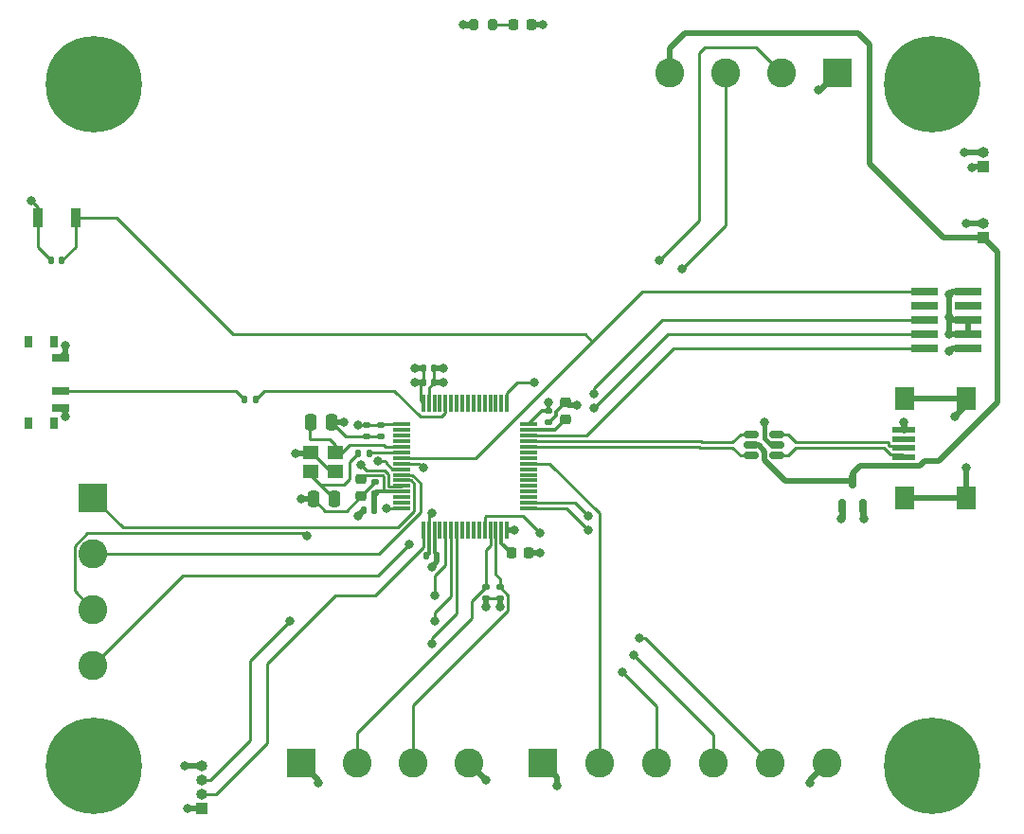
<source format=gbr>
%TF.GenerationSoftware,KiCad,Pcbnew,7.0.7*%
%TF.CreationDate,2023-10-17T18:40:51-05:00*%
%TF.ProjectId,stm32f405rgt6,73746d33-3266-4343-9035-726774362e6b,rev?*%
%TF.SameCoordinates,Original*%
%TF.FileFunction,Copper,L1,Top*%
%TF.FilePolarity,Positive*%
%FSLAX46Y46*%
G04 Gerber Fmt 4.6, Leading zero omitted, Abs format (unit mm)*
G04 Created by KiCad (PCBNEW 7.0.7) date 2023-10-17 18:40:51*
%MOMM*%
%LPD*%
G01*
G04 APERTURE LIST*
G04 Aperture macros list*
%AMRoundRect*
0 Rectangle with rounded corners*
0 $1 Rounding radius*
0 $2 $3 $4 $5 $6 $7 $8 $9 X,Y pos of 4 corners*
0 Add a 4 corners polygon primitive as box body*
4,1,4,$2,$3,$4,$5,$6,$7,$8,$9,$2,$3,0*
0 Add four circle primitives for the rounded corners*
1,1,$1+$1,$2,$3*
1,1,$1+$1,$4,$5*
1,1,$1+$1,$6,$7*
1,1,$1+$1,$8,$9*
0 Add four rect primitives between the rounded corners*
20,1,$1+$1,$2,$3,$4,$5,0*
20,1,$1+$1,$4,$5,$6,$7,0*
20,1,$1+$1,$6,$7,$8,$9,0*
20,1,$1+$1,$8,$9,$2,$3,0*%
G04 Aperture macros list end*
%TA.AperFunction,SMDPad,CuDef*%
%ADD10RoundRect,0.135000X0.135000X0.185000X-0.135000X0.185000X-0.135000X-0.185000X0.135000X-0.185000X0*%
%TD*%
%TA.AperFunction,SMDPad,CuDef*%
%ADD11RoundRect,0.147500X-0.147500X-0.172500X0.147500X-0.172500X0.147500X0.172500X-0.147500X0.172500X0*%
%TD*%
%TA.AperFunction,SMDPad,CuDef*%
%ADD12RoundRect,0.218750X-0.218750X-0.256250X0.218750X-0.256250X0.218750X0.256250X-0.218750X0.256250X0*%
%TD*%
%TA.AperFunction,SMDPad,CuDef*%
%ADD13RoundRect,0.150000X0.150000X-0.512500X0.150000X0.512500X-0.150000X0.512500X-0.150000X-0.512500X0*%
%TD*%
%TA.AperFunction,ComponentPad*%
%ADD14C,0.900000*%
%TD*%
%TA.AperFunction,ComponentPad*%
%ADD15C,8.600000*%
%TD*%
%TA.AperFunction,SMDPad,CuDef*%
%ADD16RoundRect,0.135000X-0.185000X0.135000X-0.185000X-0.135000X0.185000X-0.135000X0.185000X0.135000X0*%
%TD*%
%TA.AperFunction,SMDPad,CuDef*%
%ADD17RoundRect,0.140000X0.140000X0.170000X-0.140000X0.170000X-0.140000X-0.170000X0.140000X-0.170000X0*%
%TD*%
%TA.AperFunction,SMDPad,CuDef*%
%ADD18RoundRect,0.135000X0.185000X-0.135000X0.185000X0.135000X-0.185000X0.135000X-0.185000X-0.135000X0*%
%TD*%
%TA.AperFunction,ComponentPad*%
%ADD19R,1.000000X1.000000*%
%TD*%
%TA.AperFunction,ComponentPad*%
%ADD20O,1.000000X1.000000*%
%TD*%
%TA.AperFunction,SMDPad,CuDef*%
%ADD21R,0.900000X1.700000*%
%TD*%
%TA.AperFunction,SMDPad,CuDef*%
%ADD22R,0.800000X1.000000*%
%TD*%
%TA.AperFunction,SMDPad,CuDef*%
%ADD23R,1.500000X0.700000*%
%TD*%
%TA.AperFunction,SMDPad,CuDef*%
%ADD24RoundRect,0.140000X-0.140000X-0.170000X0.140000X-0.170000X0.140000X0.170000X-0.140000X0.170000X0*%
%TD*%
%TA.AperFunction,SMDPad,CuDef*%
%ADD25RoundRect,0.140000X-0.170000X0.140000X-0.170000X-0.140000X0.170000X-0.140000X0.170000X0.140000X0*%
%TD*%
%TA.AperFunction,ComponentPad*%
%ADD26R,2.600000X2.600000*%
%TD*%
%TA.AperFunction,ComponentPad*%
%ADD27C,2.600000*%
%TD*%
%TA.AperFunction,SMDPad,CuDef*%
%ADD28R,2.400000X0.740000*%
%TD*%
%TA.AperFunction,SMDPad,CuDef*%
%ADD29RoundRect,0.140000X0.170000X-0.140000X0.170000X0.140000X-0.170000X0.140000X-0.170000X-0.140000X0*%
%TD*%
%TA.AperFunction,SMDPad,CuDef*%
%ADD30R,1.400000X1.200000*%
%TD*%
%TA.AperFunction,SMDPad,CuDef*%
%ADD31RoundRect,0.150000X0.512500X0.150000X-0.512500X0.150000X-0.512500X-0.150000X0.512500X-0.150000X0*%
%TD*%
%TA.AperFunction,SMDPad,CuDef*%
%ADD32RoundRect,0.225000X0.250000X-0.225000X0.250000X0.225000X-0.250000X0.225000X-0.250000X-0.225000X0*%
%TD*%
%TA.AperFunction,SMDPad,CuDef*%
%ADD33RoundRect,0.250000X0.250000X0.475000X-0.250000X0.475000X-0.250000X-0.475000X0.250000X-0.475000X0*%
%TD*%
%TA.AperFunction,SMDPad,CuDef*%
%ADD34RoundRect,0.075000X-0.700000X-0.075000X0.700000X-0.075000X0.700000X0.075000X-0.700000X0.075000X0*%
%TD*%
%TA.AperFunction,SMDPad,CuDef*%
%ADD35RoundRect,0.075000X-0.075000X-0.700000X0.075000X-0.700000X0.075000X0.700000X-0.075000X0.700000X0*%
%TD*%
%TA.AperFunction,SMDPad,CuDef*%
%ADD36RoundRect,0.250000X-0.250000X-0.475000X0.250000X-0.475000X0.250000X0.475000X-0.250000X0.475000X0*%
%TD*%
%TA.AperFunction,SMDPad,CuDef*%
%ADD37RoundRect,0.200000X0.200000X0.275000X-0.200000X0.275000X-0.200000X-0.275000X0.200000X-0.275000X0*%
%TD*%
%TA.AperFunction,SMDPad,CuDef*%
%ADD38R,2.000000X0.500000*%
%TD*%
%TA.AperFunction,SMDPad,CuDef*%
%ADD39R,1.700000X2.000000*%
%TD*%
%TA.AperFunction,SMDPad,CuDef*%
%ADD40RoundRect,0.225000X-0.250000X0.225000X-0.250000X-0.225000X0.250000X-0.225000X0.250000X0.225000X0*%
%TD*%
%TA.AperFunction,SMDPad,CuDef*%
%ADD41RoundRect,0.225000X-0.225000X-0.250000X0.225000X-0.250000X0.225000X0.250000X-0.225000X0.250000X0*%
%TD*%
%TA.AperFunction,ViaPad*%
%ADD42C,0.800000*%
%TD*%
%TA.AperFunction,Conductor*%
%ADD43C,0.500000*%
%TD*%
%TA.AperFunction,Conductor*%
%ADD44C,0.250000*%
%TD*%
%TA.AperFunction,Conductor*%
%ADD45C,0.300000*%
%TD*%
%TA.AperFunction,Conductor*%
%ADD46C,0.600000*%
%TD*%
%TA.AperFunction,Conductor*%
%ADD47C,0.400000*%
%TD*%
%TA.AperFunction,Conductor*%
%ADD48C,0.261112*%
%TD*%
G04 APERTURE END LIST*
D10*
%TO.P,R3,1*%
%TO.N,BOOT0*%
X144782000Y-95758000D03*
%TO.P,R3,2*%
%TO.N,Net-(SW2-B)*%
X143762000Y-95758000D03*
%TD*%
D11*
%TO.P,L1,1*%
%TO.N,+3.3V*%
X154455000Y-105664000D03*
%TO.P,L1,2*%
%TO.N,+3.3VA*%
X155425000Y-105664000D03*
%TD*%
D12*
%TO.P,D1,1,K*%
%TO.N,Net-(D1-K)*%
X167868500Y-62230000D03*
%TO.P,D1,2,A*%
%TO.N,+3.3V*%
X169443500Y-62230000D03*
%TD*%
D13*
%TO.P,XC6206P332MR1,1,GND*%
%TO.N,GND*%
X197170000Y-105277500D03*
%TO.P,XC6206P332MR1,2,Vout*%
%TO.N,+3.3V*%
X199070000Y-105277500D03*
%TO.P,XC6206P332MR1,3,Vin*%
%TO.N,+5V*%
X198120000Y-103002500D03*
%TD*%
D14*
%TO.P,H4,1,1*%
%TO.N,GND*%
X202007000Y-128524000D03*
X202951581Y-126243581D03*
X202951581Y-130804419D03*
X205232000Y-125299000D03*
D15*
X205232000Y-128524000D03*
D14*
X205232000Y-131749000D03*
X207512419Y-126243581D03*
X207512419Y-130804419D03*
X208457000Y-128524000D03*
%TD*%
D16*
%TO.P,R1,1*%
%TO.N,I2C2_SDA*%
X166624000Y-112520000D03*
%TO.P,R1,2*%
%TO.N,+3.3V*%
X166624000Y-113540000D03*
%TD*%
D17*
%TO.P,C9,1*%
%TO.N,NRST*%
X127484000Y-83312000D03*
%TO.P,C9,2*%
%TO.N,GND*%
X126524000Y-83312000D03*
%TD*%
D18*
%TO.P,R2,1*%
%TO.N,+3.3V*%
X165354000Y-113540000D03*
%TO.P,R2,2*%
%TO.N,I2C2_SCL*%
X165354000Y-112520000D03*
%TD*%
D10*
%TO.P,R4,1*%
%TO.N,HSE_OUT*%
X154942000Y-100584000D03*
%TO.P,R4,2*%
%TO.N,/R_ext*%
X153922000Y-100584000D03*
%TD*%
D19*
%TO.P,J7,1,Pin_1*%
%TO.N,+5V*%
X209804000Y-81280000D03*
D20*
%TO.P,J7,2,Pin_2*%
%TO.N,GND*%
X209804000Y-80010000D03*
%TD*%
D14*
%TO.P,H3,1,1*%
%TO.N,GND*%
X127077000Y-128524000D03*
X128021581Y-126243581D03*
X128021581Y-130804419D03*
X130302000Y-125299000D03*
D15*
X130302000Y-128524000D03*
D14*
X130302000Y-131749000D03*
X132582419Y-126243581D03*
X132582419Y-130804419D03*
X133527000Y-128524000D03*
%TD*%
D21*
%TO.P,SW1,1,1*%
%TO.N,GND*%
X125300000Y-79502000D03*
%TO.P,SW1,2,2*%
%TO.N,NRST*%
X128700000Y-79502000D03*
%TD*%
D22*
%TO.P,SW2,*%
%TO.N,*%
X126731000Y-90584000D03*
X124521000Y-90584000D03*
X126731000Y-97884000D03*
X124521000Y-97884000D03*
D23*
%TO.P,SW2,1,A*%
%TO.N,+3.3V*%
X127381000Y-91984000D03*
%TO.P,SW2,2,B*%
%TO.N,Net-(SW2-B)*%
X127381000Y-94984000D03*
%TO.P,SW2,3,C*%
%TO.N,GND*%
X127381000Y-96484000D03*
%TD*%
D24*
%TO.P,C6,1*%
%TO.N,+3.3V*%
X159766000Y-92964000D03*
%TO.P,C6,2*%
%TO.N,GND*%
X160726000Y-92964000D03*
%TD*%
D25*
%TO.P,C5,1*%
%TO.N,+3.3V*%
X155956000Y-98072000D03*
%TO.P,C5,2*%
%TO.N,GND*%
X155956000Y-99032000D03*
%TD*%
D26*
%TO.P,I2C,1,Pin_1*%
%TO.N,GND*%
X148830000Y-128270000D03*
D27*
%TO.P,I2C,2,Pin_2*%
%TO.N,I2C2_SCL*%
X153830000Y-128270000D03*
%TO.P,I2C,3,Pin_3*%
%TO.N,I2C2_SDA*%
X158830000Y-128270000D03*
%TO.P,I2C,4,Pin_4*%
%TO.N,+3.3V*%
X163830000Y-128270000D03*
%TD*%
D14*
%TO.P,H1,1,1*%
%TO.N,GND*%
X202007000Y-67564000D03*
X202951581Y-65283581D03*
X202951581Y-69844419D03*
X205232000Y-64339000D03*
D15*
X205232000Y-67564000D03*
D14*
X205232000Y-70789000D03*
X207512419Y-65283581D03*
X207512419Y-69844419D03*
X208457000Y-67564000D03*
%TD*%
D28*
%TO.P,J2,1,Pin_1*%
%TO.N,+3.3V*%
X208452000Y-91186000D03*
%TO.P,J2,2,Pin_2*%
%TO.N,SWDIO*%
X204552000Y-91186000D03*
%TO.P,J2,3,Pin_3*%
%TO.N,GND*%
X208452000Y-89916000D03*
%TO.P,J2,4,Pin_4*%
%TO.N,SWCLK*%
X204552000Y-89916000D03*
%TO.P,J2,5,Pin_5*%
%TO.N,GND*%
X208452000Y-88646000D03*
%TO.P,J2,6,Pin_6*%
%TO.N,SWO*%
X204552000Y-88646000D03*
%TO.P,J2,7,Pin_7*%
%TO.N,unconnected-(J2-Pin_7-Pad7)*%
X208452000Y-87376000D03*
%TO.P,J2,8,Pin_8*%
%TO.N,unconnected-(J2-Pin_8-Pad8)*%
X204552000Y-87376000D03*
%TO.P,J2,9,Pin_9*%
%TO.N,GND*%
X208452000Y-86106000D03*
%TO.P,J2,10,Pin_10*%
%TO.N,NRST*%
X204552000Y-86106000D03*
%TD*%
D26*
%TO.P,J8,1,Pin_1*%
%TO.N,GND*%
X196770000Y-66548000D03*
D27*
%TO.P,J8,2,Pin_2*%
%TO.N,CAN_TX*%
X191770000Y-66548000D03*
%TO.P,J8,3,Pin_3*%
%TO.N,CAN_RX*%
X186770000Y-66548000D03*
%TO.P,J8,4,Pin_4*%
%TO.N,+5V*%
X181770000Y-66548000D03*
%TD*%
D24*
%TO.P,C2,1*%
%TO.N,+3.3V*%
X159794000Y-94234000D03*
%TO.P,C2,2*%
%TO.N,GND*%
X160754000Y-94234000D03*
%TD*%
D29*
%TO.P,C8,1*%
%TO.N,+3.3VA*%
X155448000Y-104112000D03*
%TO.P,C8,2*%
%TO.N,GND*%
X155448000Y-103152000D03*
%TD*%
D30*
%TO.P,Y1,1,1*%
%TO.N,HSE_IN*%
X151892000Y-100496000D03*
%TO.P,Y1,2,2*%
%TO.N,GND*%
X149692000Y-100496000D03*
%TO.P,Y1,3,3*%
%TO.N,/R_ext*%
X149692000Y-102196000D03*
%TO.P,Y1,4,4*%
%TO.N,GND*%
X151892000Y-102196000D03*
%TD*%
D31*
%TO.P,U1,1,I/O1*%
%TO.N,USB_CON-*%
X191383500Y-100772000D03*
%TO.P,U1,2,GND*%
%TO.N,GND*%
X191383500Y-99822000D03*
%TO.P,U1,3,I/O2*%
%TO.N,USB_CON+*%
X191383500Y-98872000D03*
%TO.P,U1,4,I/O2*%
%TO.N,USB+*%
X189108500Y-98872000D03*
%TO.P,U1,5,VBUS*%
%TO.N,+5V*%
X189108500Y-99822000D03*
%TO.P,U1,6,I/O1*%
%TO.N,USB-*%
X189108500Y-100772000D03*
%TD*%
D25*
%TO.P,C3,1*%
%TO.N,+3.3V*%
X170942000Y-96802000D03*
%TO.P,C3,2*%
%TO.N,GND*%
X170942000Y-97762000D03*
%TD*%
%TO.P,C1,1*%
%TO.N,+3.3V*%
X154686000Y-98072000D03*
%TO.P,C1,2*%
%TO.N,GND*%
X154686000Y-99032000D03*
%TD*%
D32*
%TO.P,C13,1*%
%TO.N,Net-(U2-VCAP_2)*%
X172466000Y-97549000D03*
%TO.P,C13,2*%
%TO.N,GND*%
X172466000Y-95999000D03*
%TD*%
D26*
%TO.P,Analog Inputs,1,Pin_1*%
%TO.N,LinPot4*%
X130251000Y-104514000D03*
D27*
%TO.P,Analog Inputs,2,Pin_2*%
%TO.N,LinPot3*%
X130251000Y-109514000D03*
%TO.P,Analog Inputs,3,Pin_3*%
%TO.N,LinPot2*%
X130251000Y-114514000D03*
%TO.P,Analog Inputs,4,Pin_4*%
%TO.N,LinPot1*%
X130251000Y-119514000D03*
%TD*%
D26*
%TO.P,SPI,1,Pin_1*%
%TO.N,+3.3V*%
X170434000Y-128270000D03*
D27*
%TO.P,SPI,2,Pin_2*%
%TO.N,SPI1_CS*%
X175514000Y-128270000D03*
%TO.P,SPI,3,Pin_3*%
%TO.N,SPI1_MOSI*%
X180594000Y-128270000D03*
%TO.P,SPI,4,Pin_4*%
%TO.N,SPI1_MISO*%
X185674000Y-128270000D03*
%TO.P,SPI,5,Pin_5*%
%TO.N,SPI1_SCK*%
X190754000Y-128270000D03*
%TO.P,SPI,6,Pin_6*%
%TO.N,GND*%
X195834000Y-128270000D03*
%TD*%
D33*
%TO.P,C10,1*%
%TO.N,GND*%
X151572000Y-97790000D03*
%TO.P,C10,2*%
%TO.N,HSE_IN*%
X149672000Y-97790000D03*
%TD*%
D19*
%TO.P,J1,1,Pin_1*%
%TO.N,+3.3V*%
X139954000Y-132334000D03*
D20*
%TO.P,J1,2,Pin_2*%
%TO.N,USART2_RX*%
X139954000Y-131064000D03*
%TO.P,J1,3,Pin_3*%
%TO.N,USART2_TX*%
X139954000Y-129794000D03*
%TO.P,J1,4,Pin_4*%
%TO.N,GND*%
X139954000Y-128524000D03*
%TD*%
D14*
%TO.P,H2,1,1*%
%TO.N,GND*%
X127077000Y-67564000D03*
X128021581Y-65283581D03*
X128021581Y-69844419D03*
X130302000Y-64339000D03*
D15*
X130302000Y-67564000D03*
D14*
X130302000Y-70789000D03*
X132582419Y-65283581D03*
X132582419Y-69844419D03*
X133527000Y-67564000D03*
%TD*%
D34*
%TO.P,U2,1,VBAT*%
%TO.N,+3.3V*%
X157835000Y-97988000D03*
%TO.P,U2,2,PC13*%
%TO.N,unconnected-(U2-PC13-Pad2)*%
X157835000Y-98488000D03*
%TO.P,U2,3,PC14*%
%TO.N,unconnected-(U2-PC14-Pad3)*%
X157835000Y-98988000D03*
%TO.P,U2,4,PC15*%
%TO.N,unconnected-(U2-PC15-Pad4)*%
X157835000Y-99488000D03*
%TO.P,U2,5,PH0*%
%TO.N,HSE_IN*%
X157835000Y-99988000D03*
%TO.P,U2,6,PH1*%
%TO.N,HSE_OUT*%
X157835000Y-100488000D03*
%TO.P,U2,7,NRST*%
%TO.N,NRST*%
X157835000Y-100988000D03*
%TO.P,U2,8,PC0*%
%TO.N,LinPot1*%
X157835000Y-101488000D03*
%TO.P,U2,9,PC1*%
%TO.N,LinPot2*%
X157835000Y-101988000D03*
%TO.P,U2,10,PC2*%
%TO.N,LinPot3*%
X157835000Y-102488000D03*
%TO.P,U2,11,PC3*%
%TO.N,LinPot4*%
X157835000Y-102988000D03*
%TO.P,U2,12,VSSA*%
%TO.N,GND*%
X157835000Y-103488000D03*
%TO.P,U2,13,VDDA*%
%TO.N,+3.3VA*%
X157835000Y-103988000D03*
%TO.P,U2,14,PA0*%
%TO.N,unconnected-(U2-PA0-Pad14)*%
X157835000Y-104488000D03*
%TO.P,U2,15,PA1*%
%TO.N,unconnected-(U2-PA1-Pad15)*%
X157835000Y-104988000D03*
%TO.P,U2,16,PA2*%
%TO.N,USART2_TX*%
X157835000Y-105488000D03*
D35*
%TO.P,U2,17,PA3*%
%TO.N,USART2_RX*%
X159760000Y-107413000D03*
%TO.P,U2,18,VSS*%
%TO.N,GND*%
X160260000Y-107413000D03*
%TO.P,U2,19,VDD*%
%TO.N,+3.3V*%
X160760000Y-107413000D03*
%TO.P,U2,20,PA4*%
%TO.N,unconnected-(U2-PA4-Pad20)*%
X161260000Y-107413000D03*
%TO.P,U2,21,PA5*%
%TO.N,SPI1_SCK*%
X161760000Y-107413000D03*
%TO.P,U2,22,PA6*%
%TO.N,SPI1_MISO*%
X162260000Y-107413000D03*
%TO.P,U2,23,PA7*%
%TO.N,SPI1_MOSI*%
X162760000Y-107413000D03*
%TO.P,U2,24,PC4*%
%TO.N,unconnected-(U2-PC4-Pad24)*%
X163260000Y-107413000D03*
%TO.P,U2,25,PC5*%
%TO.N,unconnected-(U2-PC5-Pad25)*%
X163760000Y-107413000D03*
%TO.P,U2,26,PB0*%
%TO.N,unconnected-(U2-PB0-Pad26)*%
X164260000Y-107413000D03*
%TO.P,U2,27,PB1*%
%TO.N,unconnected-(U2-PB1-Pad27)*%
X164760000Y-107413000D03*
%TO.P,U2,28,PB2*%
%TO.N,SWO*%
X165260000Y-107413000D03*
%TO.P,U2,29,PB10*%
%TO.N,I2C2_SCL*%
X165760000Y-107413000D03*
%TO.P,U2,30,PB11*%
%TO.N,I2C2_SDA*%
X166260000Y-107413000D03*
%TO.P,U2,31,VCAP_1*%
%TO.N,Net-(U2-VCAP_1)*%
X166760000Y-107413000D03*
%TO.P,U2,32,VDD*%
%TO.N,+3.3V*%
X167260000Y-107413000D03*
D34*
%TO.P,U2,33,PB12*%
%TO.N,CAN_RX*%
X169185000Y-105488000D03*
%TO.P,U2,34,PB13*%
%TO.N,CAN_TX*%
X169185000Y-104988000D03*
%TO.P,U2,35,PB14*%
%TO.N,unconnected-(U2-PB14-Pad35)*%
X169185000Y-104488000D03*
%TO.P,U2,36,PB15*%
%TO.N,unconnected-(U2-PB15-Pad36)*%
X169185000Y-103988000D03*
%TO.P,U2,37,PC6*%
%TO.N,unconnected-(U2-PC6-Pad37)*%
X169185000Y-103488000D03*
%TO.P,U2,38,PC7*%
%TO.N,unconnected-(U2-PC7-Pad38)*%
X169185000Y-102988000D03*
%TO.P,U2,39,PC8*%
%TO.N,unconnected-(U2-PC8-Pad39)*%
X169185000Y-102488000D03*
%TO.P,U2,40,PC9*%
%TO.N,unconnected-(U2-PC9-Pad40)*%
X169185000Y-101988000D03*
%TO.P,U2,41,PA8*%
%TO.N,SPI1_CS*%
X169185000Y-101488000D03*
%TO.P,U2,42,PA9*%
%TO.N,unconnected-(U2-PA9-Pad42)*%
X169185000Y-100988000D03*
%TO.P,U2,43,PA10*%
%TO.N,unconnected-(U2-PA10-Pad43)*%
X169185000Y-100488000D03*
%TO.P,U2,44,PA11*%
%TO.N,USB-*%
X169185000Y-99988000D03*
%TO.P,U2,45,PA12*%
%TO.N,USB+*%
X169185000Y-99488000D03*
%TO.P,U2,46,PA13*%
%TO.N,SWDIO*%
X169185000Y-98988000D03*
%TO.P,U2,47,VCAP_2*%
%TO.N,Net-(U2-VCAP_2)*%
X169185000Y-98488000D03*
%TO.P,U2,48,VDD*%
%TO.N,+3.3V*%
X169185000Y-97988000D03*
D35*
%TO.P,U2,49,PA14*%
%TO.N,SWCLK*%
X167260000Y-96063000D03*
%TO.P,U2,50,PA15*%
%TO.N,unconnected-(U2-PA15-Pad50)*%
X166760000Y-96063000D03*
%TO.P,U2,51,PC10*%
%TO.N,unconnected-(U2-PC10-Pad51)*%
X166260000Y-96063000D03*
%TO.P,U2,52,PC11*%
%TO.N,unconnected-(U2-PC11-Pad52)*%
X165760000Y-96063000D03*
%TO.P,U2,53,PC12*%
%TO.N,unconnected-(U2-PC12-Pad53)*%
X165260000Y-96063000D03*
%TO.P,U2,54,PD2*%
%TO.N,unconnected-(U2-PD2-Pad54)*%
X164760000Y-96063000D03*
%TO.P,U2,55,PB3*%
%TO.N,unconnected-(U2-PB3-Pad55)*%
X164260000Y-96063000D03*
%TO.P,U2,56,PB4*%
%TO.N,unconnected-(U2-PB4-Pad56)*%
X163760000Y-96063000D03*
%TO.P,U2,57,PB5*%
%TO.N,unconnected-(U2-PB5-Pad57)*%
X163260000Y-96063000D03*
%TO.P,U2,58,PB6*%
%TO.N,unconnected-(U2-PB6-Pad58)*%
X162760000Y-96063000D03*
%TO.P,U2,59,PB7*%
%TO.N,unconnected-(U2-PB7-Pad59)*%
X162260000Y-96063000D03*
%TO.P,U2,60,BOOT0*%
%TO.N,BOOT0*%
X161760000Y-96063000D03*
%TO.P,U2,61,PB8*%
%TO.N,unconnected-(U2-PB8-Pad61)*%
X161260000Y-96063000D03*
%TO.P,U2,62,PB9*%
%TO.N,unconnected-(U2-PB9-Pad62)*%
X160760000Y-96063000D03*
%TO.P,U2,63,VSS*%
%TO.N,GND*%
X160260000Y-96063000D03*
%TO.P,U2,64,VDD*%
%TO.N,+3.3V*%
X159760000Y-96063000D03*
%TD*%
D17*
%TO.P,C4,1*%
%TO.N,+3.3V*%
X161008000Y-109728000D03*
%TO.P,C4,2*%
%TO.N,GND*%
X160048000Y-109728000D03*
%TD*%
D36*
%TO.P,C11,1*%
%TO.N,GND*%
X149926000Y-104648000D03*
%TO.P,C11,2*%
%TO.N,/R_ext*%
X151826000Y-104648000D03*
%TD*%
D19*
%TO.P,J9,1,Pin_1*%
%TO.N,+3.3V*%
X209804000Y-74930000D03*
D20*
%TO.P,J9,2,Pin_2*%
%TO.N,GND*%
X209804000Y-73660000D03*
%TD*%
D37*
%TO.P,R5,1*%
%TO.N,Net-(D1-K)*%
X165925000Y-62230000D03*
%TO.P,R5,2*%
%TO.N,GND*%
X164275000Y-62230000D03*
%TD*%
D38*
%TO.P,J4,1,VBUS*%
%TO.N,+5V*%
X202727000Y-101676000D03*
%TO.P,J4,2,D-*%
%TO.N,USB_CON-*%
X202727000Y-100876000D03*
%TO.P,J4,3,D+*%
%TO.N,USB_CON+*%
X202727000Y-100076000D03*
%TO.P,J4,4,ID*%
%TO.N,unconnected-(J4-ID-Pad4)*%
X202727000Y-99276000D03*
%TO.P,J4,5,GND*%
%TO.N,GND*%
X202727000Y-98476000D03*
D39*
%TO.P,J4,6,Shield*%
%TO.N,unconnected-(J4-Shield-Pad6)*%
X202827000Y-104526000D03*
X208277000Y-104526000D03*
X202827000Y-95626000D03*
X208277000Y-95626000D03*
%TD*%
D40*
%TO.P,C7,1*%
%TO.N,+3.3VA*%
X154178000Y-102857000D03*
%TO.P,C7,2*%
%TO.N,GND*%
X154178000Y-104407000D03*
%TD*%
D41*
%TO.P,C12,1*%
%TO.N,Net-(U2-VCAP_1)*%
X167627000Y-109474000D03*
%TO.P,C12,2*%
%TO.N,GND*%
X169177000Y-109474000D03*
%TD*%
D42*
%TO.N,GND*%
X208280000Y-80010000D03*
%TO.N,+3.3V*%
X171704000Y-130302000D03*
X208788000Y-75042000D03*
X153935500Y-106183500D03*
X159004000Y-94234000D03*
X159004000Y-92964000D03*
X160528000Y-110744000D03*
X127762000Y-90932000D03*
X138684000Y-132334000D03*
X167894000Y-107442000D03*
X206756000Y-91440000D03*
X153924000Y-98044000D03*
X165354000Y-129794000D03*
X165354000Y-114300000D03*
X170434000Y-62230000D03*
X199136000Y-106426000D03*
X166624000Y-114300000D03*
X170942000Y-96012000D03*
%TO.N,GND*%
X170180000Y-109474000D03*
X206756000Y-86360000D03*
X154178000Y-101600000D03*
X206756000Y-88392000D03*
X173482000Y-96266000D03*
X194310000Y-130048000D03*
X163322000Y-62230000D03*
X148844000Y-104648000D03*
X161544000Y-92964000D03*
X206756000Y-89916000D03*
X148336000Y-100584000D03*
X124714000Y-77978000D03*
X160528000Y-105918000D03*
X197104000Y-106426000D03*
X208168000Y-73660000D03*
X195072000Y-68072000D03*
X127762000Y-97282000D03*
X161544000Y-94234000D03*
X138430000Y-128524000D03*
X190246000Y-97790000D03*
X152654000Y-97790000D03*
X150368000Y-130048000D03*
X202692000Y-97790000D03*
%TO.N,USART2_TX*%
X156464000Y-105488000D03*
X147828000Y-115570000D03*
%TO.N,SWCLK*%
X175006000Y-96520000D03*
X169672000Y-94234000D03*
%TO.N,SWO*%
X175006000Y-95250000D03*
X170180000Y-107696000D03*
%TO.N,unconnected-(J4-Shield-Pad6)*%
X208280000Y-101854000D03*
X207264000Y-97282000D03*
%TO.N,SPI1_MOSI*%
X177546000Y-120142000D03*
X160528000Y-117602000D03*
%TO.N,SPI1_MISO*%
X178562000Y-118618000D03*
X160782000Y-115570000D03*
%TO.N,SPI1_SCK*%
X179070000Y-117094000D03*
X160782000Y-113284000D03*
%TO.N,LinPot2*%
X155702000Y-101212500D03*
X149352000Y-107950000D03*
%TO.N,LinPot1*%
X159766000Y-101854000D03*
X158496000Y-108712000D03*
%TO.N,CAN_TX*%
X180848000Y-83312000D03*
X174498000Y-106172000D03*
%TO.N,CAN_RX*%
X174498000Y-107442000D03*
X182880000Y-84074000D03*
%TD*%
D43*
%TO.N,GND*%
X208168000Y-73660000D02*
X209804000Y-73660000D01*
D44*
%TO.N,USART2_TX*%
X144272000Y-126238000D02*
X144272000Y-119126000D01*
X140716000Y-129794000D02*
X144272000Y-126238000D01*
X139954000Y-129794000D02*
X140716000Y-129794000D01*
X144272000Y-119126000D02*
X147828000Y-115570000D01*
%TO.N,USART2_RX*%
X159760000Y-108972000D02*
X159760000Y-107413000D01*
X155448000Y-113284000D02*
X159760000Y-108972000D01*
X145796000Y-119380000D02*
X151892000Y-113284000D01*
X151892000Y-113284000D02*
X155448000Y-113284000D01*
X145796000Y-126492000D02*
X145796000Y-119380000D01*
X141224000Y-131064000D02*
X145796000Y-126492000D01*
X139954000Y-131064000D02*
X141224000Y-131064000D01*
D43*
%TO.N,+5V*%
X204140000Y-101676000D02*
X202727000Y-101676000D01*
X204540000Y-101276000D02*
X204140000Y-101676000D01*
X211074000Y-96012000D02*
X205810000Y-101276000D01*
X211074000Y-82550000D02*
X211074000Y-96012000D01*
X209804000Y-81280000D02*
X211074000Y-82550000D01*
X205810000Y-101276000D02*
X204540000Y-101276000D01*
X209804000Y-81280000D02*
X206248000Y-81280000D01*
X206248000Y-81280000D02*
X199644000Y-74676000D01*
%TO.N,GND*%
X208280000Y-80010000D02*
X209804000Y-80010000D01*
%TO.N,+3.3V*%
X169443500Y-62230000D02*
X170434000Y-62230000D01*
X127762000Y-91603000D02*
X127381000Y-91984000D01*
X167360000Y-107442000D02*
X167360000Y-107413000D01*
X160528000Y-110744000D02*
X161008000Y-110264000D01*
D44*
X153924000Y-98044000D02*
X154658000Y-98044000D01*
D45*
X161008000Y-109728000D02*
X160760000Y-109480000D01*
D43*
X165354000Y-114300000D02*
X165354000Y-113540000D01*
X209804000Y-74930000D02*
X208900000Y-74930000D01*
X138684000Y-132334000D02*
X139954000Y-132334000D01*
X207010000Y-91186000D02*
X208452000Y-91186000D01*
X166624000Y-114300000D02*
X166624000Y-113540000D01*
D44*
X159512000Y-94516000D02*
X159512000Y-95815000D01*
D46*
X199070000Y-105277500D02*
X199070000Y-106360000D01*
D44*
X157835000Y-97988000D02*
X156040000Y-97988000D01*
X159794000Y-94234000D02*
X159512000Y-94516000D01*
D43*
X127762000Y-90932000D02*
X127762000Y-91603000D01*
D46*
X199070000Y-106360000D02*
X199136000Y-106426000D01*
D44*
X156040000Y-97988000D02*
X155956000Y-98072000D01*
X159766000Y-92964000D02*
X159766000Y-94206000D01*
D43*
X171704000Y-130302000D02*
X171704000Y-129540000D01*
D44*
X159766000Y-94206000D02*
X159794000Y-94234000D01*
D45*
X169185000Y-97988000D02*
X170371000Y-96802000D01*
X160760000Y-109480000D02*
X160760000Y-107413000D01*
D43*
X171704000Y-129540000D02*
X170434000Y-128270000D01*
D45*
X170371000Y-96802000D02*
X170942000Y-96802000D01*
X170942000Y-96802000D02*
X170942000Y-96012000D01*
D44*
X154658000Y-98044000D02*
X154686000Y-98072000D01*
D43*
X153935500Y-106183500D02*
X154455000Y-105664000D01*
X159004000Y-92964000D02*
X159766000Y-92964000D01*
X165354000Y-129794000D02*
X163830000Y-128270000D01*
X208900000Y-74930000D02*
X208788000Y-75042000D01*
X167894000Y-107442000D02*
X167360000Y-107442000D01*
D44*
X165354000Y-113540000D02*
X166624000Y-113540000D01*
D43*
X206756000Y-91440000D02*
X207010000Y-91186000D01*
D44*
X159512000Y-95815000D02*
X159760000Y-96063000D01*
D43*
X159004000Y-94234000D02*
X159794000Y-94234000D01*
D44*
X154686000Y-98072000D02*
X155956000Y-98072000D01*
D43*
X161008000Y-110264000D02*
X161008000Y-109728000D01*
D46*
%TO.N,GND*%
X197170000Y-105277500D02*
X197170000Y-106360000D01*
D44*
X154675000Y-102097000D02*
X156327396Y-102097000D01*
D46*
X202692000Y-97790000D02*
X202692000Y-98441000D01*
D43*
X161544000Y-92964000D02*
X160726000Y-92964000D01*
X206756000Y-86360000D02*
X206756000Y-88392000D01*
D44*
X126524000Y-83312000D02*
X125300000Y-82088000D01*
D43*
X208452000Y-89916000D02*
X206756000Y-89916000D01*
D44*
X160726000Y-92964000D02*
X160726000Y-94206000D01*
X125300000Y-78564000D02*
X124714000Y-77978000D01*
D43*
X195072000Y-68072000D02*
X195246000Y-68072000D01*
X150368000Y-129808000D02*
X148830000Y-128270000D01*
X207010000Y-88646000D02*
X206756000Y-88392000D01*
X207010000Y-86106000D02*
X206756000Y-86360000D01*
D44*
X160260000Y-106186000D02*
X160260000Y-107413000D01*
D43*
X149604000Y-100584000D02*
X149692000Y-100496000D01*
D44*
X155448000Y-103152000D02*
X155433000Y-103152000D01*
X160528000Y-105918000D02*
X160260000Y-106186000D01*
X151572000Y-97790000D02*
X152814000Y-99032000D01*
D43*
X206756000Y-88392000D02*
X206756000Y-89916000D01*
X208452000Y-89916000D02*
X208452000Y-88646000D01*
X194310000Y-130048000D02*
X194310000Y-129794000D01*
D44*
X150976000Y-105698000D02*
X152887000Y-105698000D01*
X160754000Y-94241609D02*
X160260000Y-94735609D01*
X160754000Y-94234000D02*
X160754000Y-94241609D01*
X151892000Y-102196000D02*
X151472000Y-102196000D01*
X151472000Y-102196000D02*
X149772000Y-100496000D01*
D45*
X170942000Y-97762000D02*
X171061000Y-97762000D01*
D43*
X172733000Y-96266000D02*
X172466000Y-95999000D01*
X194310000Y-129794000D02*
X195834000Y-128270000D01*
D44*
X156327396Y-102097000D02*
X156660000Y-102429604D01*
D47*
X190871000Y-99822000D02*
X190246000Y-99197000D01*
D43*
X150368000Y-130048000D02*
X150368000Y-129808000D01*
D44*
X149942000Y-100246000D02*
X149942000Y-99996000D01*
D45*
X160048000Y-109728000D02*
X160260000Y-109516000D01*
X160260000Y-109516000D02*
X160260000Y-107413000D01*
D44*
X156660000Y-103513000D02*
X157810000Y-103513000D01*
D45*
X171602000Y-96863000D02*
X172466000Y-95999000D01*
D43*
X173482000Y-96266000D02*
X172733000Y-96266000D01*
X127762000Y-96865000D02*
X127381000Y-96484000D01*
D44*
X125300000Y-82088000D02*
X125300000Y-79502000D01*
D43*
X148336000Y-100584000D02*
X149604000Y-100584000D01*
D46*
X164275000Y-62230000D02*
X163322000Y-62230000D01*
D43*
X148844000Y-104648000D02*
X149926000Y-104648000D01*
D45*
X171061000Y-97762000D02*
X171602000Y-97221000D01*
D43*
X138430000Y-128524000D02*
X139954000Y-128524000D01*
D47*
X190246000Y-99197000D02*
X190246000Y-97790000D01*
D43*
X152654000Y-97790000D02*
X151572000Y-97790000D01*
D44*
X157810000Y-103513000D02*
X157835000Y-103488000D01*
D46*
X197170000Y-106360000D02*
X197104000Y-106426000D01*
D45*
X171602000Y-97221000D02*
X171602000Y-96863000D01*
D43*
X208452000Y-86106000D02*
X207010000Y-86106000D01*
X170180000Y-109474000D02*
X169177000Y-109474000D01*
D44*
X152814000Y-99032000D02*
X154686000Y-99032000D01*
X156660000Y-102429604D02*
X156660000Y-103513000D01*
X152887000Y-105698000D02*
X154178000Y-104407000D01*
D47*
X191383500Y-99822000D02*
X190871000Y-99822000D01*
D43*
X161544000Y-94234000D02*
X160754000Y-94234000D01*
D44*
X149926000Y-104648000D02*
X150976000Y-105698000D01*
D43*
X127762000Y-97282000D02*
X127762000Y-96865000D01*
D44*
X149772000Y-100496000D02*
X149692000Y-100496000D01*
D43*
X208452000Y-88646000D02*
X207010000Y-88646000D01*
X195246000Y-68072000D02*
X196770000Y-66548000D01*
D44*
X125300000Y-79502000D02*
X125300000Y-78564000D01*
X155433000Y-103152000D02*
X154178000Y-104407000D01*
X160260000Y-94735609D02*
X160260000Y-96063000D01*
D46*
X202692000Y-98441000D02*
X202727000Y-98476000D01*
D44*
X154178000Y-101600000D02*
X154675000Y-102097000D01*
X160726000Y-94206000D02*
X160754000Y-94234000D01*
X154686000Y-99032000D02*
X155956000Y-99032000D01*
D43*
%TO.N,+3.3VA*%
X155425000Y-104135000D02*
X155448000Y-104112000D01*
D44*
X154488000Y-102547000D02*
X156141000Y-102547000D01*
X156141000Y-102547000D02*
X156210000Y-102616000D01*
D45*
X155448000Y-104112000D02*
X155572000Y-103988000D01*
D43*
X155425000Y-105664000D02*
X155425000Y-104135000D01*
D44*
X156210000Y-102616000D02*
X156210000Y-103988000D01*
X154178000Y-102857000D02*
X154488000Y-102547000D01*
D45*
X155572000Y-103988000D02*
X156210000Y-103988000D01*
X157835000Y-103988000D02*
X156210000Y-103988000D01*
D44*
%TO.N,NRST*%
X179324000Y-86106000D02*
X204552000Y-86106000D01*
X132334000Y-79502000D02*
X142748000Y-89916000D01*
X142748000Y-89916000D02*
X174244000Y-89916000D01*
X128700000Y-82096000D02*
X128700000Y-79502000D01*
X127484000Y-83312000D02*
X128700000Y-82096000D01*
X174879000Y-90551000D02*
X179324000Y-86106000D01*
X174244000Y-89916000D02*
X174879000Y-90551000D01*
X128700000Y-79502000D02*
X132334000Y-79502000D01*
X157835000Y-100988000D02*
X164442000Y-100988000D01*
X164442000Y-100988000D02*
X174879000Y-90551000D01*
%TO.N,HSE_IN*%
X156376000Y-99988000D02*
X157835000Y-99988000D01*
X153162000Y-99822000D02*
X156210000Y-99822000D01*
X151892000Y-100496000D02*
X152488000Y-100496000D01*
X152488000Y-100496000D02*
X153162000Y-99822000D01*
X151892000Y-99822000D02*
X151384000Y-99314000D01*
X149606000Y-97856000D02*
X149672000Y-97790000D01*
X151892000Y-100496000D02*
X151892000Y-99822000D01*
X151384000Y-99314000D02*
X149606000Y-99314000D01*
X149606000Y-99314000D02*
X149606000Y-97856000D01*
X156210000Y-99822000D02*
X156376000Y-99988000D01*
D45*
%TO.N,Net-(U2-VCAP_1)*%
X166760000Y-108607000D02*
X166760000Y-107413000D01*
X167627000Y-109474000D02*
X166760000Y-108607000D01*
%TO.N,Net-(U2-VCAP_2)*%
X171527000Y-98488000D02*
X169185000Y-98488000D01*
X172466000Y-97549000D02*
X171527000Y-98488000D01*
D44*
%TO.N,Net-(D1-K)*%
X167868500Y-62230000D02*
X165925000Y-62230000D01*
%TO.N,USART2_TX*%
X156464000Y-105488000D02*
X157835000Y-105488000D01*
%TO.N,SWDIO*%
X182118000Y-91186000D02*
X174316000Y-98988000D01*
X174316000Y-98988000D02*
X169185000Y-98988000D01*
X182118000Y-91186000D02*
X204552000Y-91186000D01*
%TO.N,SWCLK*%
X167260000Y-95122000D02*
X167260000Y-96063000D01*
X181610000Y-89916000D02*
X204552000Y-89916000D01*
X168148000Y-94234000D02*
X167260000Y-95122000D01*
X181610000Y-89916000D02*
X175006000Y-96520000D01*
X169672000Y-94234000D02*
X168148000Y-94234000D01*
%TO.N,SWO*%
X181102000Y-88646000D02*
X175006000Y-94742000D01*
X204552000Y-88646000D02*
X204298000Y-88392000D01*
X175006000Y-94742000D02*
X175006000Y-95250000D01*
X204552000Y-88646000D02*
X181102000Y-88646000D01*
X168656000Y-106172000D02*
X165354000Y-106172000D01*
X170180000Y-107696000D02*
X168656000Y-106172000D01*
X165260000Y-106266000D02*
X165260000Y-107413000D01*
X165354000Y-106172000D02*
X165260000Y-106266000D01*
%TO.N,I2C2_SDA*%
X158830000Y-128270000D02*
X158830000Y-123119305D01*
X167349000Y-114600305D02*
X167349000Y-113245000D01*
X166624000Y-112520000D02*
X166624000Y-111760000D01*
X166624000Y-111760000D02*
X166260000Y-111396000D01*
X158830000Y-123119305D02*
X167349000Y-114600305D01*
X167349000Y-113245000D02*
X166624000Y-112520000D01*
X166260000Y-111396000D02*
X166260000Y-107413000D01*
%TO.N,I2C2_SCL*%
X153830000Y-125570000D02*
X164084000Y-115316000D01*
X165354000Y-112520000D02*
X165354000Y-109220000D01*
X164084000Y-115316000D02*
X164084000Y-113790000D01*
X165760000Y-108814000D02*
X165760000Y-107413000D01*
X165354000Y-109220000D02*
X165760000Y-108814000D01*
X164084000Y-113790000D02*
X165354000Y-112520000D01*
X153830000Y-128270000D02*
X153830000Y-125570000D01*
D43*
%TO.N,+5V*%
X199644000Y-64008000D02*
X199644000Y-74676000D01*
X198120000Y-102362000D02*
X198806000Y-101676000D01*
X198628000Y-62992000D02*
X199644000Y-64008000D01*
X181770000Y-66548000D02*
X181770000Y-64356000D01*
X189719528Y-99822000D02*
X190271000Y-100373472D01*
X198806000Y-101676000D02*
X202727000Y-101676000D01*
X190271000Y-101170528D02*
X192102972Y-103002500D01*
X190271000Y-100373472D02*
X190271000Y-101170528D01*
D46*
X198120000Y-103002500D02*
X198120000Y-102362000D01*
D43*
X192102972Y-103002500D02*
X198120000Y-103002500D01*
X183134000Y-62992000D02*
X198628000Y-62992000D01*
X181770000Y-64356000D02*
X183134000Y-62992000D01*
X189108500Y-99822000D02*
X189719528Y-99822000D01*
D48*
%TO.N,USB_CON-*%
X193095095Y-100054156D02*
X200937436Y-100054156D01*
X201539836Y-100656556D02*
X202507556Y-100656556D01*
X200937436Y-100054156D02*
X201539836Y-100656556D01*
X191383500Y-100772000D02*
X192377251Y-100772000D01*
X192377251Y-100772000D02*
X193095095Y-100054156D01*
X202507556Y-100656556D02*
X202727000Y-100876000D01*
%TO.N,USB_CON+*%
X193095095Y-99589844D02*
X201396444Y-99589844D01*
X191383500Y-98872000D02*
X192377251Y-98872000D01*
X202583637Y-100076000D02*
X202727000Y-100076000D01*
X201396444Y-99856556D02*
X202364193Y-99856556D01*
X201396444Y-99589844D02*
X201396444Y-99856556D01*
X192377251Y-98872000D02*
X193095095Y-99589844D01*
X202364193Y-99856556D02*
X202583637Y-100076000D01*
D43*
%TO.N,unconnected-(J4-Shield-Pad6)*%
X208277000Y-96269000D02*
X207264000Y-97282000D01*
X208277000Y-104526000D02*
X202827000Y-104526000D01*
X202827000Y-95626000D02*
X208277000Y-95626000D01*
X208280000Y-101854000D02*
X208280000Y-104523000D01*
X208280000Y-104523000D02*
X208277000Y-104526000D01*
X208277000Y-95626000D02*
X208277000Y-96269000D01*
D44*
%TO.N,SPI1_CS*%
X175514000Y-105918000D02*
X171084000Y-101488000D01*
X171084000Y-101488000D02*
X169185000Y-101488000D01*
X175514000Y-128270000D02*
X175514000Y-105918000D01*
%TO.N,SPI1_MOSI*%
X160528000Y-117094000D02*
X162760000Y-114862000D01*
X162760000Y-114862000D02*
X162760000Y-107413000D01*
X180594000Y-128270000D02*
X180594000Y-123190000D01*
X160528000Y-117602000D02*
X160528000Y-117094000D01*
X180594000Y-123190000D02*
X177546000Y-120142000D01*
%TO.N,SPI1_MISO*%
X185674000Y-128270000D02*
X185674000Y-125730000D01*
X160782000Y-114808000D02*
X162260000Y-113330000D01*
X178816000Y-118872000D02*
X178562000Y-118618000D01*
X185674000Y-128270000D02*
X185674000Y-127244695D01*
X160782000Y-115570000D02*
X160782000Y-114808000D01*
X179070000Y-119126000D02*
X178816000Y-118872000D01*
X162260000Y-113330000D02*
X162260000Y-107413000D01*
X185674000Y-125730000D02*
X179070000Y-119126000D01*
%TO.N,SPI1_SCK*%
X161760000Y-110528000D02*
X161760000Y-107413000D01*
X160782000Y-111506000D02*
X160819000Y-111469000D01*
X161253000Y-111044305D02*
X161253000Y-111035000D01*
X190754000Y-128270000D02*
X179578000Y-117094000D01*
X160828305Y-111469000D02*
X161253000Y-111044305D01*
X160819000Y-111469000D02*
X160828305Y-111469000D01*
X160782000Y-113284000D02*
X160782000Y-111506000D01*
X179578000Y-117094000D02*
X179070000Y-117094000D01*
X161253000Y-111035000D02*
X161760000Y-110528000D01*
%TO.N,LinPot4*%
X158675685Y-102988000D02*
X157835000Y-102988000D01*
X158935000Y-105728685D02*
X158935000Y-103247315D01*
X158935000Y-103247315D02*
X158675685Y-102988000D01*
X130251000Y-104514000D02*
X132925000Y-107188000D01*
X157475685Y-107188000D02*
X158935000Y-105728685D01*
X132925000Y-107188000D02*
X157475685Y-107188000D01*
%TO.N,LinPot3*%
X130251000Y-109514000D02*
X155786081Y-109514000D01*
X158812081Y-102488000D02*
X157835000Y-102488000D01*
X159512000Y-103187919D02*
X158812081Y-102488000D01*
X155786081Y-109514000D02*
X159512000Y-105788081D01*
X159512000Y-105788081D02*
X159512000Y-103187919D01*
%TO.N,LinPot2*%
X156464000Y-101457685D02*
X156994315Y-101988000D01*
X130251000Y-114514000D02*
X128626000Y-112889000D01*
X156464000Y-101346000D02*
X156464000Y-101457685D01*
X155702000Y-101212500D02*
X156330500Y-101212500D01*
X149098000Y-107696000D02*
X149352000Y-107950000D01*
X156994315Y-101988000D02*
X157835000Y-101988000D01*
X128626000Y-112889000D02*
X128626000Y-108840902D01*
X156330500Y-101212500D02*
X156464000Y-101346000D01*
X129770902Y-107696000D02*
X149098000Y-107696000D01*
X128626000Y-108840902D02*
X129770902Y-107696000D01*
%TO.N,LinPot1*%
X159766000Y-101854000D02*
X159400000Y-101488000D01*
X138259000Y-111506000D02*
X140716000Y-111506000D01*
X140716000Y-111506000D02*
X155702000Y-111506000D01*
X159400000Y-101488000D02*
X157835000Y-101488000D01*
X130251000Y-119514000D02*
X138259000Y-111506000D01*
X155702000Y-111506000D02*
X158496000Y-108712000D01*
%TO.N,BOOT0*%
X145577000Y-94963000D02*
X157193000Y-94963000D01*
X161381685Y-97282000D02*
X161760000Y-96903685D01*
X159512000Y-97282000D02*
X161381685Y-97282000D01*
X157193000Y-94963000D02*
X159512000Y-97282000D01*
X144782000Y-95758000D02*
X145577000Y-94963000D01*
X161760000Y-96903685D02*
X161760000Y-96063000D01*
%TO.N,Net-(SW2-B)*%
X127381000Y-94984000D02*
X142988000Y-94984000D01*
X142988000Y-94984000D02*
X143762000Y-95758000D01*
%TO.N,HSE_OUT*%
X155038000Y-100488000D02*
X157835000Y-100488000D01*
X154942000Y-100584000D02*
X155038000Y-100488000D01*
D48*
%TO.N,USB+*%
X184589725Y-99505844D02*
X184673725Y-99589844D01*
X187396905Y-99589844D02*
X188114749Y-98872000D01*
X169185000Y-99488000D02*
X170347501Y-99488000D01*
X170347501Y-99488000D02*
X170365345Y-99505844D01*
X170365345Y-99505844D02*
X184589725Y-99505844D01*
X184673725Y-99589844D02*
X187396905Y-99589844D01*
X188114749Y-98872000D02*
X189108500Y-98872000D01*
%TO.N,USB-*%
X170347501Y-99988000D02*
X170365345Y-99970156D01*
X184488000Y-100054156D02*
X187396905Y-100054156D01*
X170365345Y-99970156D02*
X184404000Y-99970156D01*
X187396905Y-100054156D02*
X188114749Y-100772000D01*
X188114749Y-100772000D02*
X189108500Y-100772000D01*
X184404000Y-99970156D02*
X184488000Y-100054156D01*
X169185000Y-99988000D02*
X170347501Y-99988000D01*
D44*
%TO.N,CAN_TX*%
X189484000Y-64262000D02*
X184912000Y-64262000D01*
X184404000Y-64770000D02*
X184404000Y-79756000D01*
X181102000Y-83312000D02*
X180848000Y-83312000D01*
X191770000Y-66548000D02*
X189484000Y-64262000D01*
X184404000Y-79756000D02*
X180848000Y-83312000D01*
X173314000Y-104988000D02*
X169185000Y-104988000D01*
X174498000Y-106172000D02*
X173314000Y-104988000D01*
X184912000Y-64262000D02*
X184404000Y-64770000D01*
%TO.N,CAN_RX*%
X186770000Y-66548000D02*
X186770000Y-80184000D01*
X174498000Y-107442000D02*
X172544000Y-105488000D01*
X186770000Y-80184000D02*
X182880000Y-84074000D01*
X172544000Y-105488000D02*
X169185000Y-105488000D01*
%TO.N,/R_ext*%
X153162000Y-101344000D02*
X153922000Y-100584000D01*
X153922000Y-100582000D02*
X153922000Y-100584000D01*
X150589000Y-103411000D02*
X150622000Y-103378000D01*
X150589000Y-103411000D02*
X151826000Y-104648000D01*
X149692000Y-102196000D02*
X149692000Y-102514000D01*
X149692000Y-102514000D02*
X150589000Y-103411000D01*
X152654000Y-103378000D02*
X153162000Y-102870000D01*
X153162000Y-102870000D02*
X153162000Y-101344000D01*
X150622000Y-103378000D02*
X152654000Y-103378000D01*
%TD*%
M02*

</source>
